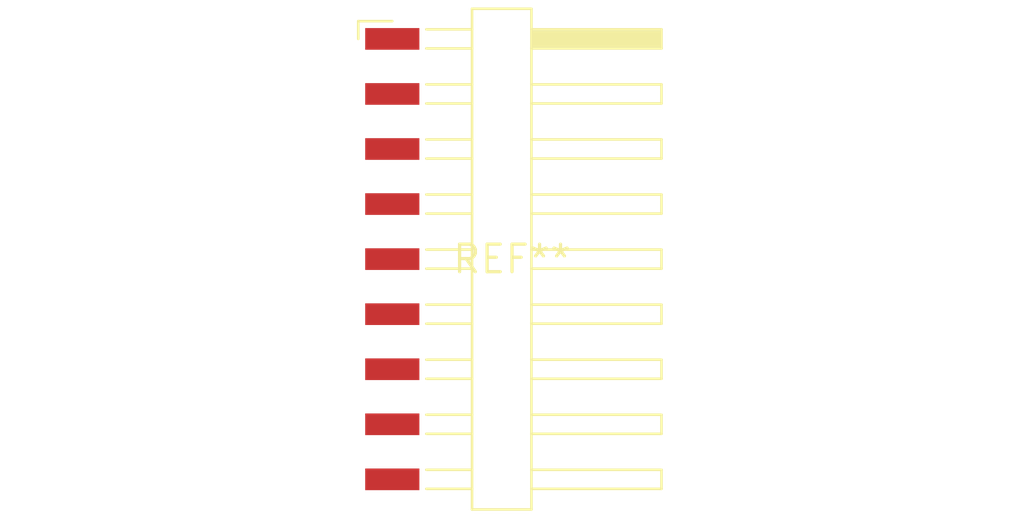
<source format=kicad_pcb>
(kicad_pcb (version 20240108) (generator pcbnew)
  (layers (0 "F.Cu" signal) (31 "B.Cu" signal) (34 "B.Paste" user) (35 "F.Paste" user) (36 "B.SilkS" user "B.Silkscreen") (37 "F.SilkS" user "F.Silkscreen") (38 "B.Mask" user) (39 "F.Mask" user) (44 "Edge.Cuts" user))
  (net 0 "")
  (footprint "Harwin_M20-89009xx_1x09_P2.54mm_Horizontal" (layer "F.Cu") (at 0 0)
    (property "Reference" "REF**")
    (property "Value" "Harwin_M20-89009xx_1x09_P2.54mm_Horizontal")
    (fp_line (start -7.095 -10.98) (end -5.525 -10.98) (layer "F.SilkS") (stroke (width 0.12)))
    (fp_line (start -7.095 -10.16) (end -7.095 -10.98) (layer "F.SilkS") (stroke (width 0.12)))
    (fp_line (start -3.955 -10.6) (end -1.845 -10.6) (layer "F.SilkS") (stroke (width 0.12)))
    (fp_line (start -3.955 -9.72) (end -1.845 -9.72) (layer "F.SilkS") (stroke (width 0.12)))
    (fp_line (start -3.955 -8.06) (end -1.845 -8.06) (layer "F.SilkS") (stroke (width 0.12)))
    (fp_line (start -3.955 -7.18) (end -1.845 -7.18) (layer "F.SilkS") (stroke (width 0.12)))
    (fp_line (start -3.955 -5.52) (end -1.845 -5.52) (layer "F.SilkS") (stroke (width 0.12)))
    (fp_line (start -3.955 -4.64) (end -1.845 -4.64) (layer "F.SilkS") (stroke (width 0.12)))
    (fp_line (start -3.955 -2.98) (end -1.845 -2.98) (layer "F.SilkS") (stroke (width 0.12)))
    (fp_line (start -3.955 -2.1) (end -1.845 -2.1) (layer "F.SilkS") (stroke (width 0.12)))
    (fp_line (start -3.955 -0.44) (end -1.845 -0.44) (layer "F.SilkS") (stroke (width 0.12)))
    (fp_line (start -3.955 0.44) (end -1.845 0.44) (layer "F.SilkS") (stroke (width 0.12)))
    (fp_line (start -3.955 2.1) (end -1.845 2.1) (layer "F.SilkS") (stroke (width 0.12)))
    (fp_line (start -3.955 2.98) (end -1.845 2.98) (layer "F.SilkS") (stroke (width 0.12)))
    (fp_line (start -3.955 4.64) (end -1.845 4.64) (layer "F.SilkS") (stroke (width 0.12)))
    (fp_line (start -3.955 5.52) (end -1.845 5.52) (layer "F.SilkS") (stroke (width 0.12)))
    (fp_line (start -3.955 7.18) (end -1.845 7.18) (layer "F.SilkS") (stroke (width 0.12)))
    (fp_line (start -3.955 8.06) (end -1.845 8.06) (layer "F.SilkS") (stroke (width 0.12)))
    (fp_line (start -3.955 9.72) (end -1.845 9.72) (layer "F.SilkS") (stroke (width 0.12)))
    (fp_line (start -3.955 10.6) (end -1.845 10.6) (layer "F.SilkS") (stroke (width 0.12)))
    (fp_line (start -1.845 -11.55) (end 0.895 -11.55) (layer "F.SilkS") (stroke (width 0.12)))
    (fp_line (start -1.845 11.55) (end -1.845 -11.55) (layer "F.SilkS") (stroke (width 0.12)))
    (fp_line (start 0.895 -11.55) (end 0.895 11.55) (layer "F.SilkS") (stroke (width 0.12)))
    (fp_line (start 0.895 -10.6) (end 6.895 -10.6) (layer "F.SilkS") (stroke (width 0.12)))
    (fp_line (start 0.895 -8.06) (end 6.895 -8.06) (layer "F.SilkS") (stroke (width 0.12)))
    (fp_line (start 0.895 -5.52) (end 6.895 -5.52) (layer "F.SilkS") (stroke (width 0.12)))
    (fp_line (start 0.895 -2.98) (end 6.895 -2.98) (layer "F.SilkS") (stroke (width 0.12)))
    (fp_line (start 0.895 -0.44) (end 6.895 -0.44) (layer "F.SilkS") (stroke (width 0.12)))
    (fp_line (start 0.895 2.1) (end 6.895 2.1) (layer "F.SilkS") (stroke (width 0.12)))
    (fp_line (start 0.895 4.64) (end 6.895 4.64) (layer "F.SilkS") (stroke (width 0.12)))
    (fp_line (start 0.895 7.18) (end 6.895 7.18) (layer "F.SilkS") (stroke (width 0.12)))
    (fp_line (start 0.895 9.72) (end 6.895 9.72) (layer "F.SilkS") (stroke (width 0.12)))
    (fp_line (start 0.895 11.55) (end -1.845 11.55) (layer "F.SilkS") (stroke (width 0.12)))
    (fp_line (start 6.895 -10.6) (end 6.895 -9.72) (layer "F.SilkS") (stroke (width 0.12)))
    (fp_line (start 6.895 -9.72) (end 0.895 -9.72) (layer "F.SilkS") (stroke (width 0.12)))
    (fp_line (start 6.895 -8.06) (end 6.895 -7.18) (layer "F.SilkS") (stroke (width 0.12)))
    (fp_line (start 6.895 -7.18) (end 0.895 -7.18) (layer "F.SilkS") (stroke (width 0.12)))
    (fp_line (start 6.895 -5.52) (end 6.895 -4.64) (layer "F.SilkS") (stroke (width 0.12)))
    (fp_line (start 6.895 -4.64) (end 0.895 -4.64) (layer "F.SilkS") (stroke (width 0.12)))
    (fp_line (start 6.895 -2.98) (end 6.895 -2.1) (layer "F.SilkS") (stroke (width 0.12)))
    (fp_line (start 6.895 -2.1) (end 0.895 -2.1) (layer "F.SilkS") (stroke (width 0.12)))
    (fp_line (start 6.895 -0.44) (end 6.895 0.44) (layer "F.SilkS") (stroke (width 0.12)))
    (fp_line (start 6.895 0.44) (end 0.895 0.44) (layer "F.SilkS") (stroke (width 0.12)))
    (fp_line (start 6.895 2.1) (end 6.895 2.98) (layer "F.SilkS") (stroke (width 0.12)))
    (fp_line (start 6.895 2.98) (end 0.895 2.98) (layer "F.SilkS") (stroke (width 0.12)))
    (fp_line (start 6.895 4.64) (end 6.895 5.52) (layer "F.SilkS") (stroke (width 0.12)))
    (fp_line (start 6.895 5.52) (end 0.895 5.52) (layer "F.SilkS") (stroke (width 0.12)))
    (fp_line (start 6.895 7.18) (end 6.895 8.06) (layer "F.SilkS") (stroke (width 0.12)))
    (fp_line (start 6.895 8.06) (end 0.895 8.06) (layer "F.SilkS") (stroke (width 0.12)))
    (fp_line (start 6.895 9.72) (end 6.895 10.6) (layer "F.SilkS") (stroke (width 0.12)))
    (fp_line (start 6.895 10.6) (end 0.895 10.6) (layer "F.SilkS") (stroke (width 0.12)))
    (pad "" smd rect (at 3.895 -10.16) (size 6 0.76) (layers "F.SilkS"))
    (pad "1" smd rect (at -5.525 -10.16) (size 2.5 1) (layers "F.Cu" "F.Paste" "F.Mask"))
    (pad "2" smd rect (at -5.525 -7.62) (size 2.5 1) (layers "F.Cu" "F.Paste" "F.Mask"))
    (pad "3" smd rect (at -5.525 -5.08) (size 2.5 1) (layers "F.Cu" "F.Paste" "F.Mask"))
    (pad "4" smd rect (at -5.525 -2.54) (size 2.5 1) (layers "F.Cu" "F.Paste" "F.Mask"))
    (pad "5" smd rect (at -5.525 0) (size 2.5 1) (layers "F.Cu" "F.Paste" "F.Mask"))
    (pad "6" smd rect (at -5.525 2.54) (size 2.5 1) (layers "F.Cu" "F.Paste" "F.Mask"))
    (pad "7" smd rect (at -5.525 5.08) (size 2.5 1) (layers "F.Cu" "F.Paste" "F.Mask"))
    (pad "8" smd rect (at -5.525 7.62) (size 2.5 1) (layers "F.Cu" "F.Paste" "F.Mask"))
    (pad "9" smd rect (at -5.525 10.16) (size 2.5 1) (layers "F.Cu" "F.Paste" "F.Mask"))
  )
)
</source>
